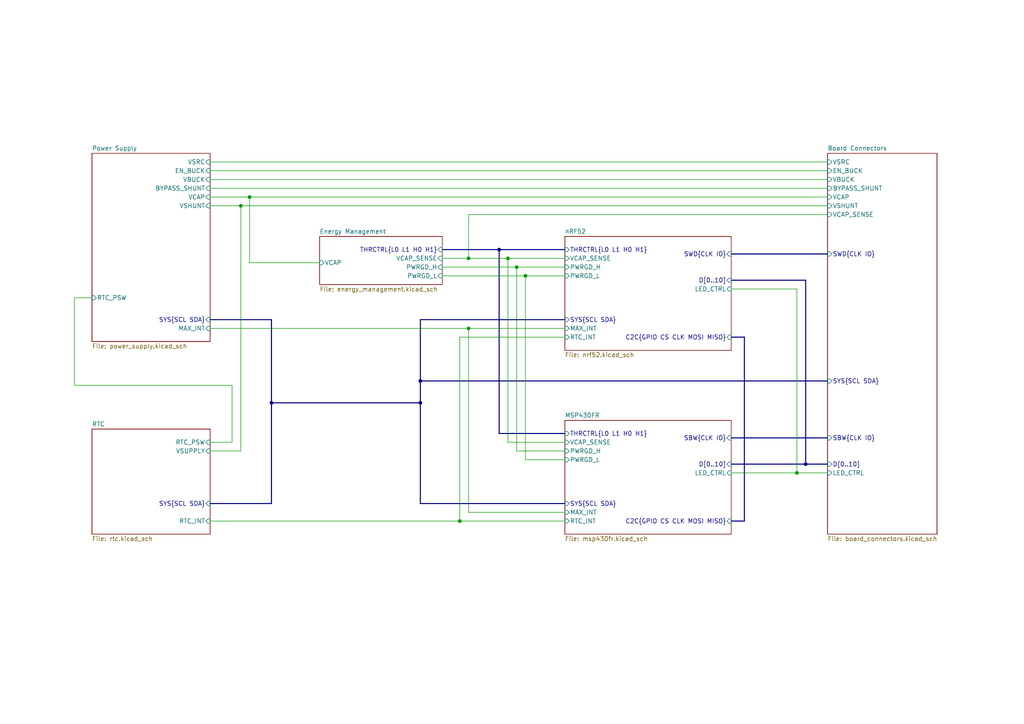
<source format=kicad_sch>
(kicad_sch
	(version 20231120)
	(generator "eeschema")
	(generator_version "8.0")
	(uuid "c5eb1e4c-ce83-470e-8f32-e20ff1f886a3")
	(paper "A4")
	(lib_symbols)
	(junction
		(at 135.89 74.93)
		(diameter 0)
		(color 0 0 0 0)
		(uuid "14ac8139-a0bc-4cae-9cf6-8fee726c250d")
	)
	(junction
		(at 144.78 72.39)
		(diameter 0)
		(color 0 0 0 0)
		(uuid "154ec8aa-2d74-4aad-ba48-249e58f5071f")
	)
	(junction
		(at 152.4 80.01)
		(diameter 0)
		(color 0 0 0 0)
		(uuid "481cd940-f163-46d0-87fd-48dd8dd0ac2d")
	)
	(junction
		(at 72.39 57.15)
		(diameter 0)
		(color 0 0 0 0)
		(uuid "49a126af-2d21-41bd-8f75-b941d60b2b6f")
	)
	(junction
		(at 135.89 95.25)
		(diameter 0)
		(color 0 0 0 0)
		(uuid "49d28e4b-5212-44c0-bd09-2958e4912424")
	)
	(junction
		(at 133.35 151.13)
		(diameter 0)
		(color 0 0 0 0)
		(uuid "62c60c5b-039a-431c-9929-67604480052c")
	)
	(junction
		(at 69.85 59.69)
		(diameter 0)
		(color 0 0 0 0)
		(uuid "6e88a4ec-29b9-4509-82f3-58a2644d98cf")
	)
	(junction
		(at 147.32 74.93)
		(diameter 0)
		(color 0 0 0 0)
		(uuid "868f11ef-bad1-4768-8467-f3bdde11f35c")
	)
	(junction
		(at 121.92 116.84)
		(diameter 0)
		(color 0 0 0 0)
		(uuid "93adcf46-0cfa-4922-ae34-dc633273ffc2")
	)
	(junction
		(at 149.86 77.47)
		(diameter 0)
		(color 0 0 0 0)
		(uuid "a0a0c30a-00a5-4515-a0f1-8e61a7b8d8b1")
	)
	(junction
		(at 121.92 110.49)
		(diameter 0)
		(color 0 0 0 0)
		(uuid "b9249cbc-f9bf-4879-8417-a27d1bb9e11d")
	)
	(junction
		(at 231.14 137.16)
		(diameter 0)
		(color 0 0 0 0)
		(uuid "c041563a-b455-44a9-bb37-a00506a4490b")
	)
	(junction
		(at 78.74 116.84)
		(diameter 0)
		(color 0 0 0 0)
		(uuid "d5444b4f-6005-4685-ad5c-e61caf01123e")
	)
	(junction
		(at 233.68 134.62)
		(diameter 0)
		(color 0 0 0 0)
		(uuid "efe5d389-1995-436c-9de9-a3df66c8c815")
	)
	(wire
		(pts
			(xy 152.4 80.01) (xy 163.83 80.01)
		)
		(stroke
			(width 0)
			(type default)
		)
		(uuid "00fe5c6d-1ff9-4408-9655-9e033bed7834")
	)
	(wire
		(pts
			(xy 60.96 130.81) (xy 69.85 130.81)
		)
		(stroke
			(width 0)
			(type default)
		)
		(uuid "037cb5ad-7cb2-4755-b27b-c9ad9e4ef302")
	)
	(bus
		(pts
			(xy 215.9 97.79) (xy 212.09 97.79)
		)
		(stroke
			(width 0)
			(type default)
		)
		(uuid "05d44efb-0a7b-417a-9fab-67a38d8b4e74")
	)
	(wire
		(pts
			(xy 60.96 49.53) (xy 240.03 49.53)
		)
		(stroke
			(width 0)
			(type default)
		)
		(uuid "0987bc6d-b21f-448d-afa8-b63b1e776ec0")
	)
	(wire
		(pts
			(xy 128.27 77.47) (xy 149.86 77.47)
		)
		(stroke
			(width 0)
			(type default)
		)
		(uuid "1680df05-7d05-4fff-b21c-02b87347f582")
	)
	(bus
		(pts
			(xy 78.74 92.71) (xy 60.96 92.71)
		)
		(stroke
			(width 0)
			(type default)
		)
		(uuid "1c19de8d-2232-4966-b32c-9ae4b6a3f72a")
	)
	(bus
		(pts
			(xy 121.92 110.49) (xy 240.03 110.49)
		)
		(stroke
			(width 0)
			(type default)
		)
		(uuid "1eff5526-3d28-4d51-a761-297459bedd39")
	)
	(wire
		(pts
			(xy 135.89 95.25) (xy 163.83 95.25)
		)
		(stroke
			(width 0)
			(type default)
		)
		(uuid "1faeb83f-868b-4b32-b4ac-8c0dee87f230")
	)
	(wire
		(pts
			(xy 21.59 86.36) (xy 21.59 111.76)
		)
		(stroke
			(width 0)
			(type default)
		)
		(uuid "20a8b549-5229-4e3a-8588-ad0fd1ad1784")
	)
	(wire
		(pts
			(xy 21.59 111.76) (xy 67.31 111.76)
		)
		(stroke
			(width 0)
			(type default)
		)
		(uuid "22c19364-df66-4022-835b-fbb09190d821")
	)
	(bus
		(pts
			(xy 144.78 125.73) (xy 144.78 72.39)
		)
		(stroke
			(width 0)
			(type default)
		)
		(uuid "27058bee-a727-482e-9801-30c632b67602")
	)
	(wire
		(pts
			(xy 212.09 83.82) (xy 231.14 83.82)
		)
		(stroke
			(width 0)
			(type default)
		)
		(uuid "2d886f77-41d4-4dbd-bbbb-3e0cbcec244e")
	)
	(wire
		(pts
			(xy 152.4 133.35) (xy 152.4 80.01)
		)
		(stroke
			(width 0)
			(type default)
		)
		(uuid "3014a820-6e8c-4f0b-ae05-21ba71e7c85b")
	)
	(wire
		(pts
			(xy 133.35 97.79) (xy 133.35 151.13)
		)
		(stroke
			(width 0)
			(type default)
		)
		(uuid "38973797-9da9-4114-8046-3a91c800acfe")
	)
	(wire
		(pts
			(xy 212.09 137.16) (xy 231.14 137.16)
		)
		(stroke
			(width 0)
			(type default)
		)
		(uuid "42475a4d-1bed-4f47-9600-909ba21a8b81")
	)
	(wire
		(pts
			(xy 135.89 74.93) (xy 135.89 62.23)
		)
		(stroke
			(width 0)
			(type default)
		)
		(uuid "458756f8-192e-4327-8507-a23dd5c5069a")
	)
	(wire
		(pts
			(xy 163.83 97.79) (xy 133.35 97.79)
		)
		(stroke
			(width 0)
			(type default)
		)
		(uuid "4658a21a-747d-4662-a8e4-0e33464e0dc6")
	)
	(bus
		(pts
			(xy 121.92 116.84) (xy 121.92 146.05)
		)
		(stroke
			(width 0)
			(type default)
		)
		(uuid "4969a7a9-2c3e-4a5f-a11b-3916daf2bb8e")
	)
	(wire
		(pts
			(xy 26.67 86.36) (xy 21.59 86.36)
		)
		(stroke
			(width 0)
			(type default)
		)
		(uuid "4f89d343-928d-48a0-b686-e14b99108f36")
	)
	(bus
		(pts
			(xy 212.09 73.66) (xy 240.03 73.66)
		)
		(stroke
			(width 0)
			(type default)
		)
		(uuid "556cf385-ddeb-4e7a-b9fe-ed654420d4c9")
	)
	(wire
		(pts
			(xy 60.96 46.99) (xy 240.03 46.99)
		)
		(stroke
			(width 0)
			(type default)
		)
		(uuid "573a1682-a380-4f0b-be3e-8c6adb7e131a")
	)
	(bus
		(pts
			(xy 78.74 146.05) (xy 78.74 116.84)
		)
		(stroke
			(width 0)
			(type default)
		)
		(uuid "57ebc5b5-0d24-4f72-bc59-d761c4526739")
	)
	(wire
		(pts
			(xy 163.83 128.27) (xy 147.32 128.27)
		)
		(stroke
			(width 0)
			(type default)
		)
		(uuid "57fbf77e-1abd-44d5-bcd2-f59abde6c2b2")
	)
	(wire
		(pts
			(xy 133.35 151.13) (xy 163.83 151.13)
		)
		(stroke
			(width 0)
			(type default)
		)
		(uuid "58b5b9fe-9ad9-4129-bf00-90f3ad9f1130")
	)
	(bus
		(pts
			(xy 212.09 134.62) (xy 233.68 134.62)
		)
		(stroke
			(width 0)
			(type default)
		)
		(uuid "5f7a0956-fbce-41d2-bcdf-c2f3572e4b85")
	)
	(bus
		(pts
			(xy 163.83 125.73) (xy 144.78 125.73)
		)
		(stroke
			(width 0)
			(type default)
		)
		(uuid "6230dcd5-c2e5-4945-a39f-fff575d0860e")
	)
	(wire
		(pts
			(xy 147.32 128.27) (xy 147.32 74.93)
		)
		(stroke
			(width 0)
			(type default)
		)
		(uuid "665f025f-fd34-4378-ba13-f9f0eb8f6721")
	)
	(wire
		(pts
			(xy 135.89 74.93) (xy 147.32 74.93)
		)
		(stroke
			(width 0)
			(type default)
		)
		(uuid "67e6c8b0-f520-4192-8e1d-3644045cd0b2")
	)
	(bus
		(pts
			(xy 233.68 81.28) (xy 233.68 134.62)
		)
		(stroke
			(width 0)
			(type default)
		)
		(uuid "68685f07-091a-4fc5-88ef-2836d6829dc8")
	)
	(wire
		(pts
			(xy 60.96 59.69) (xy 69.85 59.69)
		)
		(stroke
			(width 0)
			(type default)
		)
		(uuid "6ae883bc-df2c-48a2-b6c3-370f550ec3e2")
	)
	(bus
		(pts
			(xy 163.83 146.05) (xy 121.92 146.05)
		)
		(stroke
			(width 0)
			(type default)
		)
		(uuid "708f9a5d-2731-4752-a01c-2b06d7a999d9")
	)
	(bus
		(pts
			(xy 212.09 81.28) (xy 233.68 81.28)
		)
		(stroke
			(width 0)
			(type default)
		)
		(uuid "72fbdfc8-a57c-440a-9bcf-3d5616c4f182")
	)
	(bus
		(pts
			(xy 78.74 116.84) (xy 78.74 92.71)
		)
		(stroke
			(width 0)
			(type default)
		)
		(uuid "73f7fec9-9135-41ac-863d-4418ab10bbe5")
	)
	(wire
		(pts
			(xy 149.86 130.81) (xy 149.86 77.47)
		)
		(stroke
			(width 0)
			(type default)
		)
		(uuid "758aa4c0-482e-48f7-be7a-a4669e71408a")
	)
	(wire
		(pts
			(xy 60.96 54.61) (xy 240.03 54.61)
		)
		(stroke
			(width 0)
			(type default)
		)
		(uuid "7aced861-9bd1-41af-b207-a812c5036d3f")
	)
	(wire
		(pts
			(xy 60.96 128.27) (xy 67.31 128.27)
		)
		(stroke
			(width 0)
			(type default)
		)
		(uuid "7b78c1c3-0d3e-4e5d-a3c0-64b0963e2e8c")
	)
	(wire
		(pts
			(xy 163.83 148.59) (xy 135.89 148.59)
		)
		(stroke
			(width 0)
			(type default)
		)
		(uuid "8aa07643-132a-4331-b981-691ccf86a914")
	)
	(wire
		(pts
			(xy 60.96 95.25) (xy 135.89 95.25)
		)
		(stroke
			(width 0)
			(type default)
		)
		(uuid "8b7afd77-ad08-4a65-8589-a68e30bd7503")
	)
	(wire
		(pts
			(xy 60.96 52.07) (xy 240.03 52.07)
		)
		(stroke
			(width 0)
			(type default)
		)
		(uuid "92cb4bbe-dada-41d2-bb56-74b5ce97cfb3")
	)
	(wire
		(pts
			(xy 231.14 137.16) (xy 240.03 137.16)
		)
		(stroke
			(width 0)
			(type default)
		)
		(uuid "9bcbf17b-a946-42a2-abef-86887d4c1673")
	)
	(wire
		(pts
			(xy 147.32 74.93) (xy 163.83 74.93)
		)
		(stroke
			(width 0)
			(type default)
		)
		(uuid "9c61d91a-dcbe-4eab-9f48-2baf23f49ffa")
	)
	(wire
		(pts
			(xy 128.27 74.93) (xy 135.89 74.93)
		)
		(stroke
			(width 0)
			(type default)
		)
		(uuid "9daf7b3e-f477-49e4-9cbe-c37e10b771a8")
	)
	(wire
		(pts
			(xy 69.85 59.69) (xy 240.03 59.69)
		)
		(stroke
			(width 0)
			(type default)
		)
		(uuid "a0210ecd-4b53-4820-898c-eca0bd561ce1")
	)
	(bus
		(pts
			(xy 212.09 127) (xy 240.03 127)
		)
		(stroke
			(width 0)
			(type default)
		)
		(uuid "a5bf1aaa-5148-41a7-bfa1-e8de49f1fa80")
	)
	(bus
		(pts
			(xy 212.09 151.13) (xy 215.9 151.13)
		)
		(stroke
			(width 0)
			(type default)
		)
		(uuid "b69a9ac5-f424-4151-9ced-ed35a04ae714")
	)
	(wire
		(pts
			(xy 72.39 57.15) (xy 72.39 76.2)
		)
		(stroke
			(width 0)
			(type default)
		)
		(uuid "b6f34701-491b-4619-be57-1a66572d46fb")
	)
	(wire
		(pts
			(xy 231.14 83.82) (xy 231.14 137.16)
		)
		(stroke
			(width 0)
			(type default)
		)
		(uuid "ba085a7e-1016-40f5-bfe6-e6df3b9babc8")
	)
	(wire
		(pts
			(xy 60.96 57.15) (xy 72.39 57.15)
		)
		(stroke
			(width 0)
			(type default)
		)
		(uuid "ba789095-5061-4ceb-a920-4b4af11f1a04")
	)
	(wire
		(pts
			(xy 72.39 57.15) (xy 240.03 57.15)
		)
		(stroke
			(width 0)
			(type default)
		)
		(uuid "bde31c60-aaf6-4df1-bec3-5c0a11635578")
	)
	(wire
		(pts
			(xy 92.71 76.2) (xy 72.39 76.2)
		)
		(stroke
			(width 0)
			(type default)
		)
		(uuid "be459538-16d2-41e8-aa8e-26f54abc891d")
	)
	(bus
		(pts
			(xy 121.92 92.71) (xy 121.92 110.49)
		)
		(stroke
			(width 0)
			(type default)
		)
		(uuid "c9d46c3c-c259-44dd-9fb1-dbef8b76124f")
	)
	(bus
		(pts
			(xy 128.27 72.39) (xy 144.78 72.39)
		)
		(stroke
			(width 0)
			(type default)
		)
		(uuid "cff9ad1c-7949-40b6-afd7-3560493ea9d9")
	)
	(bus
		(pts
			(xy 233.68 134.62) (xy 240.03 134.62)
		)
		(stroke
			(width 0)
			(type default)
		)
		(uuid "d07ad324-3d48-4c4f-9721-0e487ffd5889")
	)
	(wire
		(pts
			(xy 135.89 148.59) (xy 135.89 95.25)
		)
		(stroke
			(width 0)
			(type default)
		)
		(uuid "d2f88c3d-9dd0-492c-821e-4a52c9688ad7")
	)
	(wire
		(pts
			(xy 163.83 130.81) (xy 149.86 130.81)
		)
		(stroke
			(width 0)
			(type default)
		)
		(uuid "d4762eec-31e3-49b6-bdb2-8d48d38d6a36")
	)
	(wire
		(pts
			(xy 60.96 151.13) (xy 133.35 151.13)
		)
		(stroke
			(width 0)
			(type default)
		)
		(uuid "d5343d55-f3b7-4889-bd81-bb24b8616426")
	)
	(wire
		(pts
			(xy 149.86 77.47) (xy 163.83 77.47)
		)
		(stroke
			(width 0)
			(type default)
		)
		(uuid "d6a09fa1-41f6-4d28-8b46-b4d8b67b5678")
	)
	(wire
		(pts
			(xy 69.85 130.81) (xy 69.85 59.69)
		)
		(stroke
			(width 0)
			(type default)
		)
		(uuid "dadab263-5d16-4001-bd54-d4f0b9d641fd")
	)
	(wire
		(pts
			(xy 67.31 128.27) (xy 67.31 111.76)
		)
		(stroke
			(width 0)
			(type default)
		)
		(uuid "ddee3fa7-45d6-4b81-82c4-51ae558d92dc")
	)
	(wire
		(pts
			(xy 135.89 62.23) (xy 240.03 62.23)
		)
		(stroke
			(width 0)
			(type default)
		)
		(uuid "e071a27c-555f-41a3-9465-f62f19ce2e7d")
	)
	(bus
		(pts
			(xy 60.96 146.05) (xy 78.74 146.05)
		)
		(stroke
			(width 0)
			(type default)
		)
		(uuid "e2496a85-d808-49d4-8903-ad7981f06f6e")
	)
	(bus
		(pts
			(xy 144.78 72.39) (xy 163.83 72.39)
		)
		(stroke
			(width 0)
			(type default)
		)
		(uuid "e6cbc04e-1a34-4d6a-b2d9-a95fc9ff6c19")
	)
	(wire
		(pts
			(xy 128.27 80.01) (xy 152.4 80.01)
		)
		(stroke
			(width 0)
			(type default)
		)
		(uuid "e81a0b17-ef00-4dbc-8a49-99d9a40806bf")
	)
	(bus
		(pts
			(xy 121.92 110.49) (xy 121.92 116.84)
		)
		(stroke
			(width 0)
			(type default)
		)
		(uuid "ec71ebf1-d4dc-4e17-b68a-14f3a9903593")
	)
	(bus
		(pts
			(xy 215.9 151.13) (xy 215.9 97.79)
		)
		(stroke
			(width 0)
			(type default)
		)
		(uuid "efc40d19-dd53-4bf5-a213-4399676f9902")
	)
	(bus
		(pts
			(xy 78.74 116.84) (xy 121.92 116.84)
		)
		(stroke
			(width 0)
			(type default)
		)
		(uuid "f159dd55-8844-4a83-a9ed-57e01f372686")
	)
	(wire
		(pts
			(xy 163.83 133.35) (xy 152.4 133.35)
		)
		(stroke
			(width 0)
			(type default)
		)
		(uuid "f7123b88-8a3d-45b5-8cde-fb6d1f0f3369")
	)
	(bus
		(pts
			(xy 121.92 92.71) (xy 163.83 92.71)
		)
		(stroke
			(width 0)
			(type default)
		)
		(uuid "fc854fd4-e4e6-4be4-be21-f9085286691a")
	)
	(sheet
		(at 26.67 124.46)
		(size 34.29 30.48)
		(fields_autoplaced yes)
		(stroke
			(width 0.1524)
			(type solid)
		)
		(fill
			(color 0 0 0 0.0000)
		)
		(uuid "0e9955bb-beb0-499a-aac5-d497982d12cc")
		(property "Sheetname" "RTC"
			(at 26.67 123.7484 0)
			(effects
				(font
					(size 1.27 1.27)
				)
				(justify left bottom)
			)
		)
		(property "Sheetfile" "rtc.kicad_sch"
			(at 26.67 155.5246 0)
			(effects
				(font
					(size 1.27 1.27)
				)
				(justify left top)
			)
		)
		(pin "RTC_INT" input
			(at 60.96 151.13 0)
			(effects
				(font
					(size 1.27 1.27)
				)
				(justify right)
			)
			(uuid "b1b8f28a-3653-42bb-a7ed-5783dfed4c3a")
		)
		(pin "SYS{SCL SDA}" input
			(at 60.96 146.05 0)
			(effects
				(font
					(size 1.27 1.27)
				)
				(justify right)
			)
			(uuid "a64b5d17-1c09-42c4-9b3f-3ddd40526438")
		)
		(pin "RTC_PSW" input
			(at 60.96 128.27 0)
			(effects
				(font
					(size 1.27 1.27)
				)
				(justify right)
			)
			(uuid "0b67b668-f51c-40c9-adde-054df62cdf28")
		)
		(pin "VSUPPLY" input
			(at 60.96 130.81 0)
			(effects
				(font
					(size 1.27 1.27)
				)
				(justify right)
			)
			(uuid "8d89e25c-046c-42c4-8278-b097cfe1afba")
		)
		(instances
			(project "voltix-module"
				(path "/c5eb1e4c-ce83-470e-8f32-e20ff1f886a3"
					(page "6")
				)
			)
		)
	)
	(sheet
		(at 163.83 121.92)
		(size 48.26 33.02)
		(fields_autoplaced yes)
		(stroke
			(width 0.1524)
			(type solid)
		)
		(fill
			(color 0 0 0 0.0000)
		)
		(uuid "2a5f2d51-2b0b-4ba7-9288-5c8a80743142")
		(property "Sheetname" "MSP430FR"
			(at 163.83 121.2084 0)
			(effects
				(font
					(size 1.27 1.27)
				)
				(justify left bottom)
			)
		)
		(property "Sheetfile" "msp430fr.kicad_sch"
			(at 163.83 155.5246 0)
			(effects
				(font
					(size 1.27 1.27)
				)
				(justify left top)
			)
		)
		(pin "C2C{GPIO CS CLK MOSI MISO}" input
			(at 212.09 151.13 0)
			(effects
				(font
					(size 1.27 1.27)
				)
				(justify right)
			)
			(uuid "bfc1ee81-d7a6-41c8-82f6-f5449b77df3e")
		)
		(pin "THRCTRL{L0 L1 H0 H1}" input
			(at 163.83 125.73 180)
			(effects
				(font
					(size 1.27 1.27)
				)
				(justify left)
			)
			(uuid "578761a1-db48-4e7b-920e-02eede1f8834")
		)
		(pin "SBW{CLK IO}" input
			(at 212.09 127 0)
			(effects
				(font
					(size 1.27 1.27)
				)
				(justify right)
			)
			(uuid "2f9ddb74-cb78-434f-b8d2-3a961b1783e3")
		)
		(pin "SYS{SCL SDA}" input
			(at 163.83 146.05 180)
			(effects
				(font
					(size 1.27 1.27)
				)
				(justify left)
			)
			(uuid "22e687be-3e77-4ca3-9594-c0dad977f65b")
		)
		(pin "PWRGD_L" input
			(at 163.83 133.35 180)
			(effects
				(font
					(size 1.27 1.27)
				)
				(justify left)
			)
			(uuid "a04fae35-c1a5-4375-937a-60abffb1d9dc")
		)
		(pin "PWRGD_H" input
			(at 163.83 130.81 180)
			(effects
				(font
					(size 1.27 1.27)
				)
				(justify left)
			)
			(uuid "d2ca3600-420b-462e-bd4b-8e712b32bf4a")
		)
		(pin "LED_CTRL" input
			(at 212.09 137.16 0)
			(effects
				(font
					(size 1.27 1.27)
				)
				(justify right)
			)
			(uuid "5a319c13-bc83-4d34-82ca-a7cf557c53a4")
		)
		(pin "RTC_INT" input
			(at 163.83 151.13 180)
			(effects
				(font
					(size 1.27 1.27)
				)
				(justify left)
			)
			(uuid "ccb8b832-2c29-4589-b5b3-47a528bdfab2")
		)
		(pin "MAX_INT" input
			(at 163.83 148.59 180)
			(effects
				(font
					(size 1.27 1.27)
				)
				(justify left)
			)
			(uuid "7d3718a6-acfd-4586-949a-6b316d4d9b66")
		)
		(pin "VCAP_SENSE" input
			(at 163.83 128.27 180)
			(effects
				(font
					(size 1.27 1.27)
				)
				(justify left)
			)
			(uuid "2299edf9-e0a6-4eac-952d-592c4d862dd0")
		)
		(pin "D[0..10]" input
			(at 212.09 134.62 0)
			(effects
				(font
					(size 1.27 1.27)
				)
				(justify right)
			)
			(uuid "df3390a5-96ea-4ffd-8a2f-f282b3cf9284")
		)
		(instances
			(project "voltix-module"
				(path "/c5eb1e4c-ce83-470e-8f32-e20ff1f886a3"
					(page "5")
				)
			)
		)
	)
	(sheet
		(at 163.83 68.58)
		(size 48.26 33.02)
		(fields_autoplaced yes)
		(stroke
			(width 0.1524)
			(type solid)
		)
		(fill
			(color 0 0 0 0.0000)
		)
		(uuid "50be409b-51be-4dde-ab7f-6b6bce739b88")
		(property "Sheetname" "nRF52"
			(at 163.83 67.8684 0)
			(effects
				(font
					(size 1.27 1.27)
				)
				(justify left bottom)
			)
		)
		(property "Sheetfile" "nrf52.kicad_sch"
			(at 163.83 102.1846 0)
			(effects
				(font
					(size 1.27 1.27)
				)
				(justify left top)
			)
		)
		(pin "C2C{GPIO CS CLK MOSI MISO}" input
			(at 212.09 97.79 0)
			(effects
				(font
					(size 1.27 1.27)
				)
				(justify right)
			)
			(uuid "20b72e0c-c932-4a7a-9c1e-964b3df57a01")
		)
		(pin "SYS{SCL SDA}" input
			(at 163.83 92.71 180)
			(effects
				(font
					(size 1.27 1.27)
				)
				(justify left)
			)
			(uuid "77b63697-0931-40cb-8c72-de9090ab9508")
		)
		(pin "PWRGD_L" input
			(at 163.83 80.01 180)
			(effects
				(font
					(size 1.27 1.27)
				)
				(justify left)
			)
			(uuid "25044b43-43c1-434a-afc1-2c780a81a895")
		)
		(pin "LED_CTRL" input
			(at 212.09 83.82 0)
			(effects
				(font
					(size 1.27 1.27)
				)
				(justify right)
			)
			(uuid "0d6df006-d61c-4283-8efa-152150dbaabf")
		)
		(pin "PWRGD_H" input
			(at 163.83 77.47 180)
			(effects
				(font
					(size 1.27 1.27)
				)
				(justify left)
			)
			(uuid "0bdbf367-4751-451b-8640-590f78002539")
		)
		(pin "SWD{CLK IO}" input
			(at 212.09 73.66 0)
			(effects
				(font
					(size 1.27 1.27)
				)
				(justify right)
			)
			(uuid "9f2c0d16-cd72-445f-acb1-7aa2aca59770")
		)
		(pin "THRCTRL{L0 L1 H0 H1}" input
			(at 163.83 72.39 180)
			(effects
				(font
					(size 1.27 1.27)
				)
				(justify left)
			)
			(uuid "599a5b6a-c82f-4534-89dd-4bc4c4b37394")
		)
		(pin "MAX_INT" input
			(at 163.83 95.25 180)
			(effects
				(font
					(size 1.27 1.27)
				)
				(justify left)
			)
			(uuid "18342a23-9018-4bee-b221-41f636c7b8b4")
		)
		(pin "RTC_INT" input
			(at 163.83 97.79 180)
			(effects
				(font
					(size 1.27 1.27)
				)
				(justify left)
			)
			(uuid "492674d7-08a9-47c2-bff2-7f7c8b26f8e1")
		)
		(pin "VCAP_SENSE" input
			(at 163.83 74.93 180)
			(effects
				(font
					(size 1.27 1.27)
				)
				(justify left)
			)
			(uuid "a572aa9e-defa-4131-9075-a926e0c24c01")
		)
		(pin "D[0..10]" input
			(at 212.09 81.28 0)
			(effects
				(font
					(size 1.27 1.27)
				)
				(justify right)
			)
			(uuid "dc121223-65ae-4e98-a7c3-2394d0090b94")
		)
		(instances
			(project "voltix-module"
				(path "/c5eb1e4c-ce83-470e-8f32-e20ff1f886a3"
					(page "4")
				)
			)
		)
	)
	(sheet
		(at 26.67 44.45)
		(size 34.29 54.61)
		(fields_autoplaced yes)
		(stroke
			(width 0.1524)
			(type solid)
		)
		(fill
			(color 0 0 0 0.0000)
		)
		(uuid "9e08a2fd-b904-453e-bf06-b495d0e053d4")
		(property "Sheetname" "Power Supply"
			(at 26.67 43.7384 0)
			(effects
				(font
					(size 1.27 1.27)
				)
				(justify left bottom)
			)
		)
		(property "Sheetfile" "power_supply.kicad_sch"
			(at 26.67 99.6446 0)
			(effects
				(font
					(size 1.27 1.27)
				)
				(justify left top)
			)
		)
		(pin "VSRC" input
			(at 60.96 46.99 0)
			(effects
				(font
					(size 1.27 1.27)
				)
				(justify right)
			)
			(uuid "0aaf5dbd-baa6-48a7-9953-99e4e6142c05")
		)
		(pin "VCAP" input
			(at 60.96 57.15 0)
			(effects
				(font
					(size 1.27 1.27)
				)
				(justify right)
			)
			(uuid "55c4909e-29ef-4c19-8334-82aa80afaf9a")
		)
		(pin "MAX_INT" input
			(at 60.96 95.25 0)
			(effects
				(font
					(size 1.27 1.27)
				)
				(justify right)
			)
			(uuid "9696bfe3-379b-40fd-abee-2ce491aff082")
		)
		(pin "SYS{SCL SDA}" input
			(at 60.96 92.71 0)
			(effects
				(font
					(size 1.27 1.27)
				)
				(justify right)
			)
			(uuid "8b76b6f3-3248-4cb5-a22f-6d2b58d5f3cc")
		)
		(pin "EN_BUCK" input
			(at 60.96 49.53 0)
			(effects
				(font
					(size 1.27 1.27)
				)
				(justify right)
			)
			(uuid "51a5486c-116c-4a8a-af32-be33d00e246d")
		)
		(pin "RTC_PSW" input
			(at 26.67 86.36 180)
			(effects
				(font
					(size 1.27 1.27)
				)
				(justify left)
			)
			(uuid "00bcaa1e-17e2-4b64-8a25-9cb991e59478")
		)
		(pin "VSHUNT" input
			(at 60.96 59.69 0)
			(effects
				(font
					(size 1.27 1.27)
				)
				(justify right)
			)
			(uuid "546981bf-3898-4c0d-bbfc-8ef057ce59da")
		)
		(pin "BYPASS_SHUNT" input
			(at 60.96 54.61 0)
			(effects
				(font
					(size 1.27 1.27)
				)
				(justify right)
			)
			(uuid "d78606cb-70ee-4e6a-8f0a-558602a1c801")
		)
		(pin "VBUCK" input
			(at 60.96 52.07 0)
			(effects
				(font
					(size 1.27 1.27)
				)
				(justify right)
			)
			(uuid "e4e123ff-2e72-4214-9d6a-50e92fbc8350")
		)
		(instances
			(project "voltix-module"
				(path "/c5eb1e4c-ce83-470e-8f32-e20ff1f886a3"
					(page "2")
				)
			)
		)
	)
	(sheet
		(at 92.71 68.58)
		(size 35.56 13.97)
		(fields_autoplaced yes)
		(stroke
			(width 0.1524)
			(type solid)
		)
		(fill
			(color 0 0 0 0.0000)
		)
		(uuid "af68f418-8a78-450b-b12b-ab855187292b")
		(property "Sheetname" "Energy Management"
			(at 92.71 67.8684 0)
			(effects
				(font
					(size 1.27 1.27)
				)
				(justify left bottom)
			)
		)
		(property "Sheetfile" "energy_management.kicad_sch"
			(at 92.71 83.1346 0)
			(effects
				(font
					(size 1.27 1.27)
				)
				(justify left top)
			)
		)
		(pin "VCAP_SENSE" input
			(at 128.27 74.93 0)
			(effects
				(font
					(size 1.27 1.27)
				)
				(justify right)
			)
			(uuid "ecb56972-c596-4bdb-b60c-a210273c433e")
		)
		(pin "VCAP" input
			(at 92.71 76.2 180)
			(effects
				(font
					(size 1.27 1.27)
				)
				(justify left)
			)
			(uuid "15940650-d0a6-4b08-9f7a-60e744837120")
		)
		(pin "THRCTRL{L0 L1 H0 H1}" input
			(at 128.27 72.39 0)
			(effects
				(font
					(size 1.27 1.27)
				)
				(justify right)
			)
			(uuid "805493f5-1e2a-4dd4-8509-06b0381743bf")
		)
		(pin "PWRGD_H" input
			(at 128.27 77.47 0)
			(effects
				(font
					(size 1.27 1.27)
				)
				(justify right)
			)
			(uuid "91ec3c3b-9518-4e73-b780-f8aee7cdc216")
		)
		(pin "PWRGD_L" input
			(at 128.27 80.01 0)
			(effects
				(font
					(size 1.27 1.27)
				)
				(justify right)
			)
			(uuid "b619b78a-ff29-4207-803c-1b6e9bd73c92")
		)
		(instances
			(project "voltix-module"
				(path "/c5eb1e4c-ce83-470e-8f32-e20ff1f886a3"
					(page "3")
				)
			)
		)
	)
	(sheet
		(at 240.03 44.45)
		(size 31.75 110.49)
		(fields_autoplaced yes)
		(stroke
			(width 0.1524)
			(type solid)
		)
		(fill
			(color 0 0 0 0.0000)
		)
		(uuid "ceb14408-b4f4-4cc7-933c-90c2f9392878")
		(property "Sheetname" "Board Connectors"
			(at 240.03 43.7384 0)
			(effects
				(font
					(size 1.27 1.27)
				)
				(justify left bottom)
			)
		)
		(property "Sheetfile" "board_connectors.kicad_sch"
			(at 240.03 155.5246 0)
			(effects
				(font
					(size 1.27 1.27)
				)
				(justify left top)
			)
		)
		(pin "VSRC" input
			(at 240.03 46.99 180)
			(effects
				(font
					(size 1.27 1.27)
				)
				(justify left)
			)
			(uuid "69af2be5-0b0c-4322-8881-37cdd12fafca")
		)
		(pin "VCAP" input
			(at 240.03 57.15 180)
			(effects
				(font
					(size 1.27 1.27)
				)
				(justify left)
			)
			(uuid "89a2be9e-5e03-47ff-9757-57aef1e18976")
		)
		(pin "EN_BUCK" input
			(at 240.03 49.53 180)
			(effects
				(font
					(size 1.27 1.27)
				)
				(justify left)
			)
			(uuid "17a3df1c-1bbe-4d2e-a21d-daad85ee3209")
		)
		(pin "SBW{CLK IO}" input
			(at 240.03 127 180)
			(effects
				(font
					(size 1.27 1.27)
				)
				(justify left)
			)
			(uuid "dff8a73d-dbaa-4481-9cb4-360c7354827d")
		)
		(pin "SWD{CLK IO}" input
			(at 240.03 73.66 180)
			(effects
				(font
					(size 1.27 1.27)
				)
				(justify left)
			)
			(uuid "2b9c4b12-d394-4370-bae1-f9d6c44c51fa")
		)
		(pin "LED_CTRL" input
			(at 240.03 137.16 180)
			(effects
				(font
					(size 1.27 1.27)
				)
				(justify left)
			)
			(uuid "a50ccb5b-fa05-4286-8a8e-1d37486a62fa")
		)
		(pin "VSHUNT" input
			(at 240.03 59.69 180)
			(effects
				(font
					(size 1.27 1.27)
				)
				(justify left)
			)
			(uuid "fa55ace0-42b6-4e76-8b6f-c3b40d895c3e")
		)
		(pin "D[0..10]" input
			(at 240.03 134.62 180)
			(effects
				(font
					(size 1.27 1.27)
				)
				(justify left)
			)
			(uuid "668b0053-55cd-4aae-86ec-7c51b906a99b")
		)
		(pin "BYPASS_SHUNT" input
			(at 240.03 54.61 180)
			(effects
				(font
					(size 1.27 1.27)
				)
				(justify left)
			)
			(uuid "a19be4a3-a165-4303-af3a-9a657a769145")
		)
		(pin "VBUCK" input
			(at 240.03 52.07 180)
			(effects
				(font
					(size 1.27 1.27)
				)
				(justify left)
			)
			(uuid "a2c4fcf9-2fc5-4167-b2d5-dfb38ebc7f07")
		)
		(pin "SYS{SCL SDA}" input
			(at 240.03 110.49 180)
			(effects
				(font
					(size 1.27 1.27)
				)
				(justify left)
			)
			(uuid "3cb50c9c-6ed2-4fca-8f32-f396135390ad")
		)
		(pin "VCAP_SENSE" input
			(at 240.03 62.23 180)
			(effects
				(font
					(size 1.27 1.27)
				)
				(justify left)
			)
			(uuid "b000e495-2d63-411c-986c-2d5b2a6feb80")
		)
		(instances
			(project "voltix-module"
				(path "/c5eb1e4c-ce83-470e-8f32-e20ff1f886a3"
					(page "7")
				)
			)
		)
	)
	(sheet_instances
		(path "/"
			(page "1")
		)
	)
)
</source>
